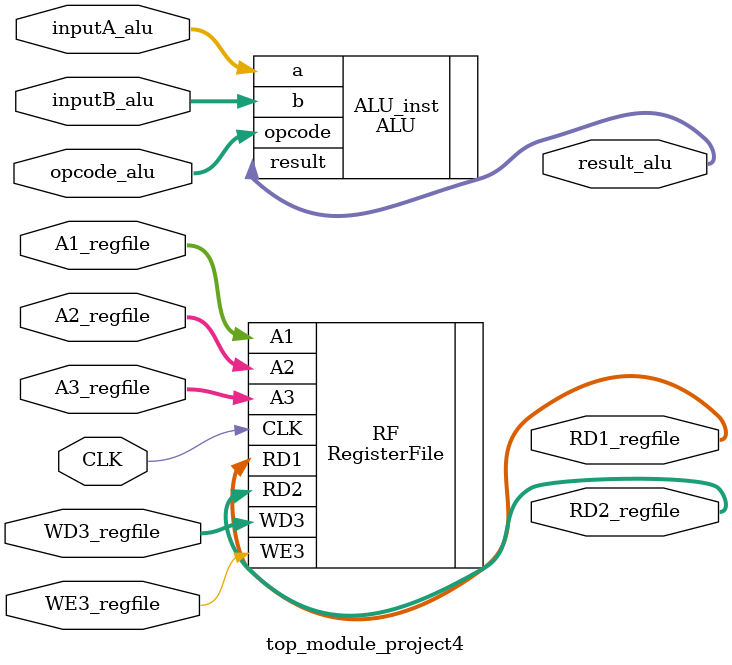
<source format=v>
module top_module_project4 (
    input CLK,
    input WE3_regfile,
    input [4:0] A1_regfile,
    input [4:0] A2_regfile,
    input [4:0] A3_regfile,
    input [31:0] WD3_regfile,
    output [31:0] RD1_regfile,
    output [31:0] RD2_regfile,

    input [1:0] opcode_alu,
    input [31:0] inputA_alu,
    input [31:0] inputB_alu,
    output [31:0] result_alu
);

    RegisterFile RF (
        .CLK(CLK),
        .WE3(WE3_regfile),
        .A1(A1_regfile),
        .A2(A2_regfile),
        .A3(A3_regfile),
        .WD3(WD3_regfile),
        .RD1(RD1_regfile),
        .RD2(RD2_regfile)
    );

    ALU ALU_inst (
        .opcode(opcode_alu),
        .a(inputA_alu),
        .b(inputB_alu),
        .result(result_alu)
    );

endmodule
</source>
